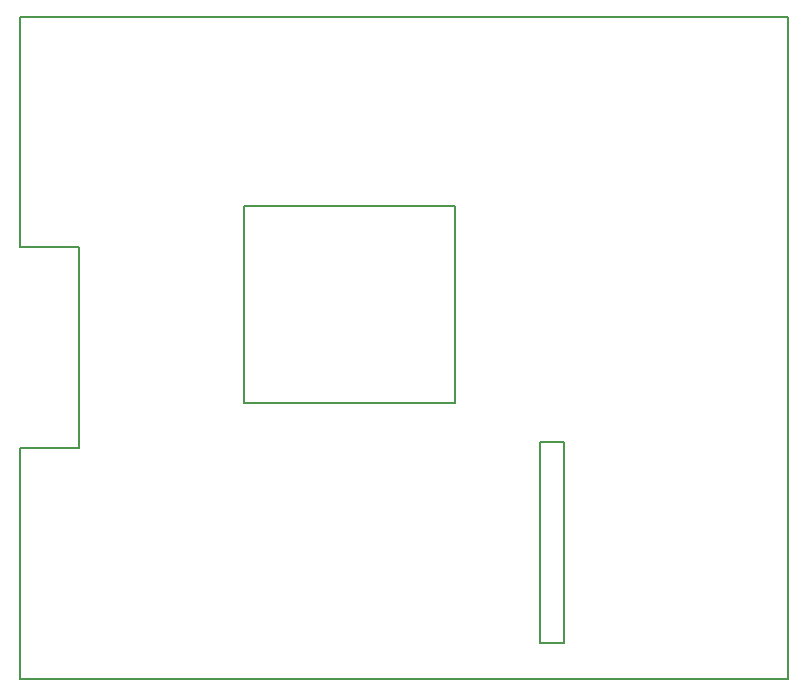
<source format=gm1>
G04 #@! TF.FileFunction,Profile,NP*
%FSLAX46Y46*%
G04 Gerber Fmt 4.6, Leading zero omitted, Abs format (unit mm)*
G04 Created by KiCad (PCBNEW 4.0.4+e1-6308~48~ubuntu15.10.1-stable) date Sun Apr 23 18:13:47 2017*
%MOMM*%
%LPD*%
G01*
G04 APERTURE LIST*
%ADD10C,0.100000*%
%ADD11C,0.150000*%
G04 APERTURE END LIST*
D10*
D11*
X155524200Y-97383600D02*
X155549600Y-97383600D01*
X155524200Y-114376200D02*
X155524200Y-97383600D01*
X157518100Y-114376200D02*
X155524200Y-114376200D01*
X157518100Y-97409000D02*
X157518100Y-114376200D01*
X157518100Y-97383600D02*
X157518100Y-97409000D01*
X155524200Y-97383600D02*
X157518100Y-97383600D01*
X130441700Y-77381100D02*
X130441700Y-94056200D01*
X148285200Y-77381100D02*
X130467100Y-77381100D01*
X148285200Y-94056200D02*
X148285200Y-77381100D01*
X130441700Y-94056200D02*
X148285200Y-94056200D01*
X130454400Y-94056200D02*
X130441700Y-94056200D01*
X111506000Y-80899000D02*
X111506000Y-61404500D01*
X116522500Y-80899000D02*
X111506000Y-80899000D01*
X116522500Y-97917000D02*
X116522500Y-80899000D01*
X111506000Y-97917000D02*
X116522500Y-97917000D01*
X111506000Y-117411500D02*
X111506000Y-97917000D01*
X176530000Y-117411500D02*
X111506000Y-117411500D01*
X176530000Y-61404500D02*
X176530000Y-117411500D01*
X111506000Y-61404500D02*
X176530000Y-61404500D01*
M02*

</source>
